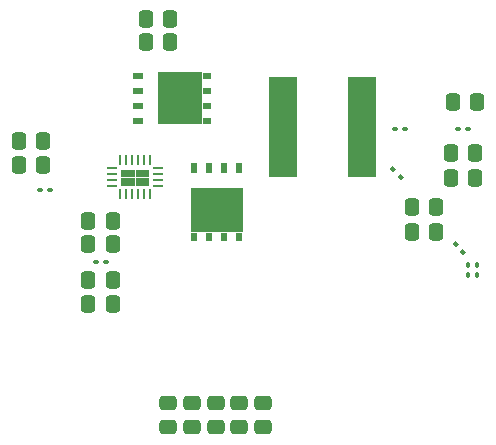
<source format=gbr>
%TF.GenerationSoftware,KiCad,Pcbnew,9.0.1*%
%TF.CreationDate,2025-11-16T17:24:42-08:00*%
%TF.ProjectId,Si-LTC7800,53692d4c-5443-4373-9830-302e6b696361,rev?*%
%TF.SameCoordinates,Original*%
%TF.FileFunction,Paste,Top*%
%TF.FilePolarity,Positive*%
%FSLAX46Y46*%
G04 Gerber Fmt 4.6, Leading zero omitted, Abs format (unit mm)*
G04 Created by KiCad (PCBNEW 9.0.1) date 2025-11-16 17:24:42*
%MOMM*%
%LPD*%
G01*
G04 APERTURE LIST*
G04 Aperture macros list*
%AMRoundRect*
0 Rectangle with rounded corners*
0 $1 Rounding radius*
0 $2 $3 $4 $5 $6 $7 $8 $9 X,Y pos of 4 corners*
0 Add a 4 corners polygon primitive as box body*
4,1,4,$2,$3,$4,$5,$6,$7,$8,$9,$2,$3,0*
0 Add four circle primitives for the rounded corners*
1,1,$1+$1,$2,$3*
1,1,$1+$1,$4,$5*
1,1,$1+$1,$6,$7*
1,1,$1+$1,$8,$9*
0 Add four rect primitives between the rounded corners*
20,1,$1+$1,$2,$3,$4,$5,0*
20,1,$1+$1,$4,$5,$6,$7,0*
20,1,$1+$1,$6,$7,$8,$9,0*
20,1,$1+$1,$8,$9,$2,$3,0*%
G04 Aperture macros list end*
%ADD10C,0.010000*%
%ADD11RoundRect,0.250000X-0.337500X-0.475000X0.337500X-0.475000X0.337500X0.475000X-0.337500X0.475000X0*%
%ADD12R,2.380000X8.500000*%
%ADD13RoundRect,0.250000X0.337500X0.475000X-0.337500X0.475000X-0.337500X-0.475000X0.337500X-0.475000X0*%
%ADD14RoundRect,0.090000X-0.161927X0.034648X0.034648X-0.161927X0.161927X-0.034648X-0.034648X0.161927X0*%
%ADD15RoundRect,0.090000X0.090000X-0.139000X0.090000X0.139000X-0.090000X0.139000X-0.090000X-0.139000X0*%
%ADD16R,0.850000X0.500000*%
%ADD17R,0.800000X0.600000*%
%ADD18R,3.750000X4.410000*%
%ADD19RoundRect,0.090000X-0.139000X-0.090000X0.139000X-0.090000X0.139000X0.090000X-0.139000X0.090000X0*%
%ADD20R,0.270000X0.840000*%
%ADD21R,0.840000X0.270000*%
%ADD22RoundRect,0.090000X-0.090000X0.139000X-0.090000X-0.139000X0.090000X-0.139000X0.090000X0.139000X0*%
%ADD23RoundRect,0.250000X-0.475000X0.337500X-0.475000X-0.337500X0.475000X-0.337500X0.475000X0.337500X0*%
%ADD24RoundRect,0.090000X0.139000X0.090000X-0.139000X0.090000X-0.139000X-0.090000X0.139000X-0.090000X0*%
%ADD25R,0.500000X0.850000*%
%ADD26R,0.600000X0.800000*%
%ADD27R,4.410000X3.750000*%
%ADD28RoundRect,0.250000X0.475000X-0.337500X0.475000X0.337500X-0.475000X0.337500X-0.475000X-0.337500X0*%
G04 APERTURE END LIST*
D10*
%TO.C,U1*%
X130055072Y-135747983D02*
X129025134Y-135747983D01*
X129025134Y-135218045D01*
X130055072Y-135218045D01*
X130055072Y-135747983D01*
G36*
X130055072Y-135747983D02*
G01*
X129025134Y-135747983D01*
X129025134Y-135218045D01*
X130055072Y-135218045D01*
X130055072Y-135747983D01*
G37*
X130055106Y-136478222D02*
X129025134Y-136478222D01*
X129025134Y-135948045D01*
X130055106Y-135948045D01*
X130055106Y-136478222D01*
G36*
X130055106Y-136478222D02*
G01*
X129025134Y-136478222D01*
X129025134Y-135948045D01*
X130055106Y-135948045D01*
X130055106Y-136478222D01*
G37*
X131286914Y-135747887D02*
X130255134Y-135747887D01*
X130255134Y-135218045D01*
X131286914Y-135218045D01*
X131286914Y-135747887D01*
G36*
X131286914Y-135747887D02*
G01*
X130255134Y-135747887D01*
X130255134Y-135218045D01*
X131286914Y-135218045D01*
X131286914Y-135747887D01*
G37*
X131286724Y-136478931D02*
X130255134Y-136478931D01*
X130255134Y-135948045D01*
X131286724Y-135948045D01*
X131286724Y-136478931D01*
G36*
X131286724Y-136478931D02*
G01*
X130255134Y-136478931D01*
X130255134Y-135948045D01*
X131286724Y-135948045D01*
X131286724Y-136478931D01*
G37*
%TD*%
D11*
%TO.C,C3*%
X131067215Y-124443160D03*
X133142215Y-124443160D03*
%TD*%
D12*
%TO.C,L1*%
X142723346Y-131618655D03*
X149373346Y-131618655D03*
%TD*%
D11*
%TO.C,COUT1*%
X157060780Y-129496750D03*
X159135780Y-129496750D03*
%TD*%
D13*
%TO.C,C5*%
X128302022Y-144526910D03*
X126227022Y-144526910D03*
%TD*%
D14*
%TO.C,R4*%
X152045572Y-135183665D03*
X152657220Y-135795313D03*
%TD*%
D13*
%TO.C,C5_EX1*%
X128302022Y-146554275D03*
X126227022Y-146554275D03*
%TD*%
%TO.C,COUT_EX2*%
X158994193Y-135924840D03*
X156919193Y-135924840D03*
%TD*%
D15*
%TO.C,R5*%
X159143009Y-144120821D03*
X159143009Y-143255821D03*
%TD*%
D11*
%TO.C,CSENSE1*%
X153610890Y-138332803D03*
X155685890Y-138332803D03*
%TD*%
D16*
%TO.C,Q2*%
X130416312Y-127260255D03*
X130416312Y-128530255D03*
X130416312Y-129800255D03*
X130416312Y-131070255D03*
D17*
X136241312Y-131070255D03*
X136241312Y-129800255D03*
X136241312Y-128530255D03*
X136241312Y-127260255D03*
D18*
X133966312Y-129165255D03*
%TD*%
D19*
%TO.C,RSENSE1*%
X152198916Y-131747236D03*
X153063916Y-131747236D03*
%TD*%
D11*
%TO.C,C1_EX1*%
X120332776Y-132763151D03*
X122407776Y-132763151D03*
%TD*%
D13*
%TO.C,C3_EX1*%
X133142215Y-122443160D03*
X131067215Y-122443160D03*
%TD*%
D14*
%TO.C,R6*%
X157323973Y-141535291D03*
X157935621Y-142146939D03*
%TD*%
D20*
%TO.C,U1*%
X128905134Y-137293045D03*
X129405134Y-137293045D03*
X129905134Y-137293045D03*
X130405134Y-137293045D03*
X130905134Y-137293045D03*
X131405134Y-137293045D03*
D21*
X132100134Y-136598045D03*
X132100134Y-136098045D03*
X132100134Y-135598045D03*
X132100134Y-135098045D03*
D20*
X131405134Y-134403045D03*
X130905134Y-134403045D03*
X130405134Y-134403045D03*
X129905134Y-134403045D03*
X129405134Y-134403045D03*
X128905134Y-134403045D03*
D21*
X128210134Y-135098045D03*
X128210134Y-135598045D03*
X128210134Y-136098045D03*
X128210134Y-136598045D03*
%TD*%
D22*
%TO.C,R7*%
X158353713Y-143255821D03*
X158353713Y-144120821D03*
%TD*%
D19*
%TO.C,R2*%
X122131109Y-136967511D03*
X122996109Y-136967511D03*
%TD*%
D23*
%TO.C,CinA2*%
X137000000Y-154962500D03*
X137000000Y-157037500D03*
%TD*%
D24*
%TO.C,R9*%
X127697022Y-143038117D03*
X126832022Y-143038117D03*
%TD*%
D11*
%TO.C,C1*%
X120335688Y-134775784D03*
X122410688Y-134775784D03*
%TD*%
%TO.C,C6_EX1*%
X126227022Y-141518059D03*
X128302022Y-141518059D03*
%TD*%
D13*
%TO.C,CSENSE_EX1*%
X155685890Y-140461028D03*
X153610890Y-140461028D03*
%TD*%
D11*
%TO.C,C6*%
X126227022Y-139518059D03*
X128302022Y-139518059D03*
%TD*%
D23*
%TO.C,CinB1_EX1*%
X133000000Y-154925000D03*
X133000000Y-157000000D03*
%TD*%
%TO.C,CinB1*%
X141000000Y-154962500D03*
X141000000Y-157037500D03*
%TD*%
D25*
%TO.C,Q1*%
X138994125Y-135097729D03*
X137724125Y-135097729D03*
X136454125Y-135097729D03*
X135184125Y-135097729D03*
D26*
X135184125Y-140922729D03*
X136454125Y-140922729D03*
X137724125Y-140922729D03*
X138994125Y-140922729D03*
D27*
X137089125Y-138647729D03*
%TD*%
D13*
%TO.C,COUT_EX1*%
X158994193Y-133810461D03*
X156919193Y-133810461D03*
%TD*%
D28*
%TO.C,CinA1_EX1*%
X135000000Y-157000000D03*
X135000000Y-154925000D03*
%TD*%
D23*
%TO.C,CinA1*%
X139000000Y-154962500D03*
X139000000Y-157037500D03*
%TD*%
D19*
%TO.C,RLOAD1*%
X157524193Y-131745663D03*
X158389193Y-131745663D03*
%TD*%
M02*

</source>
